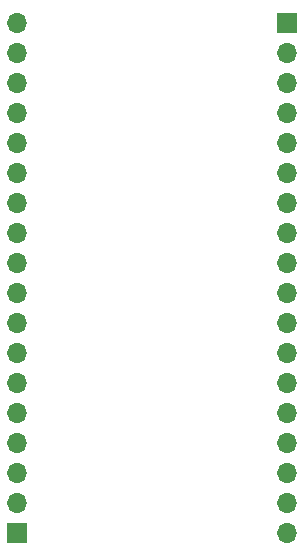
<source format=gbr>
%TF.GenerationSoftware,KiCad,Pcbnew,(5.1.9)-1*%
%TF.CreationDate,2021-02-24T14:45:33+01:00*%
%TF.ProjectId,Schaakbord_Testprint,53636861-616b-4626-9f72-645f54657374,rev?*%
%TF.SameCoordinates,Original*%
%TF.FileFunction,Copper,L2,Bot*%
%TF.FilePolarity,Positive*%
%FSLAX46Y46*%
G04 Gerber Fmt 4.6, Leading zero omitted, Abs format (unit mm)*
G04 Created by KiCad (PCBNEW (5.1.9)-1) date 2021-02-24 14:45:33*
%MOMM*%
%LPD*%
G01*
G04 APERTURE LIST*
%TA.AperFunction,ComponentPad*%
%ADD10O,1.700000X1.700000*%
%TD*%
%TA.AperFunction,ComponentPad*%
%ADD11R,1.700000X1.700000*%
%TD*%
G04 APERTURE END LIST*
D10*
%TO.P,J1,18*%
%TO.N,Net-(IC1-Pad1)*%
X154940000Y-55880000D03*
%TO.P,J1,17*%
%TO.N,Net-(IC1-Pad2)*%
X154940000Y-58420000D03*
%TO.P,J1,16*%
%TO.N,Net-(IC1-Pad3)*%
X154940000Y-60960000D03*
%TO.P,J1,15*%
%TO.N,Net-(IC1-Pad4)*%
X154940000Y-63500000D03*
%TO.P,J1,14*%
%TO.N,Net-(IC1-Pad5)*%
X154940000Y-66040000D03*
%TO.P,J1,13*%
%TO.N,Net-(IC1-Pad6)*%
X154940000Y-68580000D03*
%TO.P,J1,12*%
%TO.N,Net-(IC1-Pad7)*%
X154940000Y-71120000D03*
%TO.P,J1,11*%
%TO.N,Net-(IC1-Pad8)*%
X154940000Y-73660000D03*
%TO.P,J1,10*%
%TO.N,Net-(IC1-Pad9)*%
X154940000Y-76200000D03*
%TO.P,J1,9*%
%TO.N,Net-(IC1-Pad10)*%
X154940000Y-78740000D03*
%TO.P,J1,8*%
%TO.N,Net-(IC1-Pad11)*%
X154940000Y-81280000D03*
%TO.P,J1,7*%
%TO.N,Net-(IC1-Pad12)*%
X154940000Y-83820000D03*
%TO.P,J1,6*%
%TO.N,Net-(IC1-Pad13)*%
X154940000Y-86360000D03*
%TO.P,J1,5*%
%TO.N,Net-(IC1-Pad14)*%
X154940000Y-88900000D03*
%TO.P,J1,4*%
%TO.N,Net-(IC1-Pad15)*%
X154940000Y-91440000D03*
%TO.P,J1,3*%
%TO.N,Net-(IC1-Pad16)*%
X154940000Y-93980000D03*
%TO.P,J1,2*%
%TO.N,Net-(IC1-Pad17)*%
X154940000Y-96520000D03*
D11*
%TO.P,J1,1*%
%TO.N,Net-(IC1-Pad18)*%
X154940000Y-99060000D03*
%TD*%
D10*
%TO.P,J2,18*%
%TO.N,Net-(IC1-Pad19)*%
X177800000Y-99060000D03*
%TO.P,J2,17*%
%TO.N,Net-(IC1-Pad20)*%
X177800000Y-96520000D03*
%TO.P,J2,16*%
%TO.N,Net-(IC1-Pad21)*%
X177800000Y-93980000D03*
%TO.P,J2,15*%
%TO.N,Net-(IC1-Pad22)*%
X177800000Y-91440000D03*
%TO.P,J2,14*%
%TO.N,Net-(IC1-Pad23)*%
X177800000Y-88900000D03*
%TO.P,J2,13*%
%TO.N,Net-(IC1-Pad24)*%
X177800000Y-86360000D03*
%TO.P,J2,12*%
%TO.N,Net-(IC1-Pad25)*%
X177800000Y-83820000D03*
%TO.P,J2,11*%
%TO.N,Net-(IC1-Pad26)*%
X177800000Y-81280000D03*
%TO.P,J2,10*%
%TO.N,Net-(IC1-Pad27)*%
X177800000Y-78740000D03*
%TO.P,J2,9*%
%TO.N,Net-(IC1-Pad28)*%
X177800000Y-76200000D03*
%TO.P,J2,8*%
%TO.N,Net-(IC1-Pad29)*%
X177800000Y-73660000D03*
%TO.P,J2,7*%
%TO.N,Net-(IC1-Pad30)*%
X177800000Y-71120000D03*
%TO.P,J2,6*%
%TO.N,Net-(IC1-Pad31)*%
X177800000Y-68580000D03*
%TO.P,J2,5*%
%TO.N,Net-(IC1-Pad32)*%
X177800000Y-66040000D03*
%TO.P,J2,4*%
%TO.N,Net-(IC1-Pad33)*%
X177800000Y-63500000D03*
%TO.P,J2,3*%
%TO.N,Net-(IC1-Pad34)*%
X177800000Y-60960000D03*
%TO.P,J2,2*%
%TO.N,Net-(IC1-Pad35)*%
X177800000Y-58420000D03*
D11*
%TO.P,J2,1*%
%TO.N,Net-(IC1-Pad36)*%
X177800000Y-55880000D03*
%TD*%
M02*

</source>
